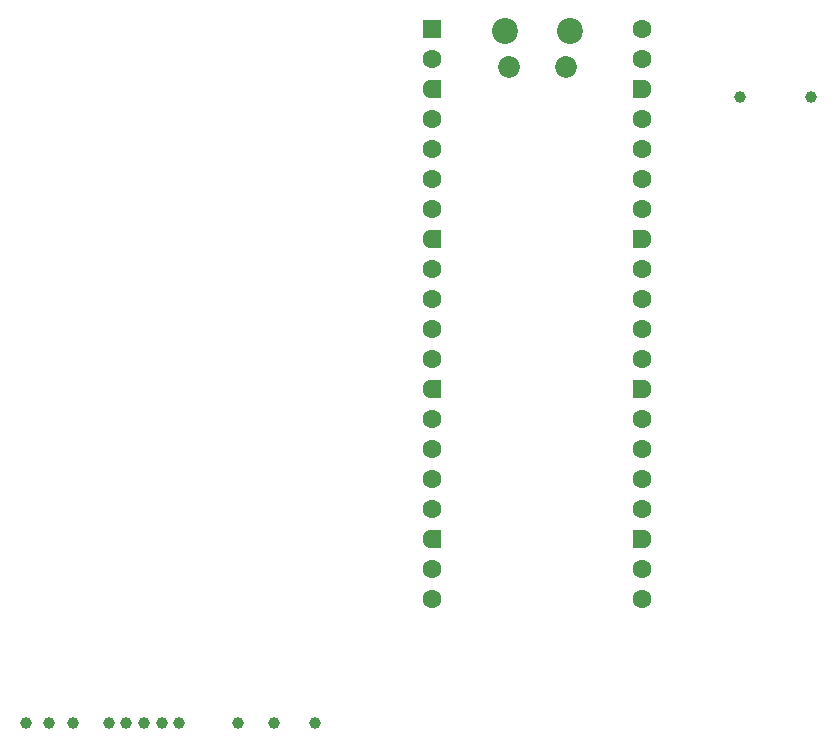
<source format=gbr>
%TF.GenerationSoftware,KiCad,Pcbnew,9.0.1*%
%TF.CreationDate,2025-05-02T16:57:55-04:00*%
%TF.ProjectId,de_fused_pico,64655f66-7573-4656-945f-7069636f2e6b,rev?*%
%TF.SameCoordinates,Original*%
%TF.FileFunction,Soldermask,Bot*%
%TF.FilePolarity,Negative*%
%FSLAX46Y46*%
G04 Gerber Fmt 4.6, Leading zero omitted, Abs format (unit mm)*
G04 Created by KiCad (PCBNEW 9.0.1) date 2025-05-02 16:57:55*
%MOMM*%
%LPD*%
G01*
G04 APERTURE LIST*
G04 Aperture macros list*
%AMRoundRect*
0 Rectangle with rounded corners*
0 $1 Rounding radius*
0 $2 $3 $4 $5 $6 $7 $8 $9 X,Y pos of 4 corners*
0 Add a 4 corners polygon primitive as box body*
4,1,4,$2,$3,$4,$5,$6,$7,$8,$9,$2,$3,0*
0 Add four circle primitives for the rounded corners*
1,1,$1+$1,$2,$3*
1,1,$1+$1,$4,$5*
1,1,$1+$1,$6,$7*
1,1,$1+$1,$8,$9*
0 Add four rect primitives between the rounded corners*
20,1,$1+$1,$2,$3,$4,$5,0*
20,1,$1+$1,$4,$5,$6,$7,0*
20,1,$1+$1,$6,$7,$8,$9,0*
20,1,$1+$1,$8,$9,$2,$3,0*%
%AMFreePoly0*
4,1,37,0.603843,0.796157,0.639018,0.796157,0.711114,0.766294,0.766294,0.711114,0.796157,0.639018,0.796157,0.603843,0.800000,0.600000,0.800000,-0.600000,0.796157,-0.603843,0.796157,-0.639018,0.766294,-0.711114,0.711114,-0.766294,0.639018,-0.796157,0.603843,-0.796157,0.600000,-0.800000,0.000000,-0.800000,0.000000,-0.796148,-0.078414,-0.796148,-0.232228,-0.765552,-0.377117,-0.705537,
-0.507515,-0.618408,-0.618408,-0.507515,-0.705537,-0.377117,-0.765552,-0.232228,-0.796148,-0.078414,-0.796148,0.078414,-0.765552,0.232228,-0.705537,0.377117,-0.618408,0.507515,-0.507515,0.618408,-0.377117,0.705537,-0.232228,0.765552,-0.078414,0.796148,0.000000,0.796148,0.000000,0.800000,0.600000,0.800000,0.603843,0.796157,0.603843,0.796157,$1*%
%AMFreePoly1*
4,1,37,0.000000,0.796148,0.078414,0.796148,0.232228,0.765552,0.377117,0.705537,0.507515,0.618408,0.618408,0.507515,0.705537,0.377117,0.765552,0.232228,0.796148,0.078414,0.796148,-0.078414,0.765552,-0.232228,0.705537,-0.377117,0.618408,-0.507515,0.507515,-0.618408,0.377117,-0.705537,0.232228,-0.765552,0.078414,-0.796148,0.000000,-0.796148,0.000000,-0.800000,-0.600000,-0.800000,
-0.603843,-0.796157,-0.639018,-0.796157,-0.711114,-0.766294,-0.766294,-0.711114,-0.796157,-0.639018,-0.796157,-0.603843,-0.800000,-0.600000,-0.800000,0.600000,-0.796157,0.603843,-0.796157,0.639018,-0.766294,0.711114,-0.711114,0.766294,-0.639018,0.796157,-0.603843,0.796157,-0.600000,0.800000,0.000000,0.800000,0.000000,0.796148,0.000000,0.796148,$1*%
G04 Aperture macros list end*
%ADD10C,1.000000*%
%ADD11C,2.200000*%
%ADD12C,1.850000*%
%ADD13RoundRect,0.200000X-0.600000X-0.600000X0.600000X-0.600000X0.600000X0.600000X-0.600000X0.600000X0*%
%ADD14C,1.600000*%
%ADD15FreePoly0,0.000000*%
%ADD16FreePoly1,0.000000*%
G04 APERTURE END LIST*
D10*
%TO.C,REF\u002A\u002A*%
X110000000Y-127000000D03*
%TD*%
%TO.C,REF\u002A\u002A*%
X101500000Y-127000000D03*
%TD*%
%TO.C,REF\u002A\u002A*%
X126000000Y-127000000D03*
%TD*%
%TO.C,REF\u002A\u002A*%
X114500000Y-127000000D03*
%TD*%
%TO.C,REF\u002A\u002A*%
X122500000Y-127000000D03*
%TD*%
%TO.C,REF\u002A\u002A*%
X105500000Y-127000000D03*
%TD*%
D11*
%TO.C,A1*%
X142085000Y-68370000D03*
D12*
X142385000Y-71400000D03*
X147235000Y-71400000D03*
D11*
X147535000Y-68370000D03*
D13*
X135920000Y-68240000D03*
D14*
X135920000Y-70780000D03*
D15*
X135920000Y-73320000D03*
D14*
X135920000Y-75860000D03*
X135920000Y-78400000D03*
X135920000Y-80940000D03*
X135920000Y-83480000D03*
D15*
X135920000Y-86020000D03*
D14*
X135920000Y-88560000D03*
X135920000Y-91100000D03*
X135920000Y-93640000D03*
X135920000Y-96180000D03*
D15*
X135920000Y-98720000D03*
D14*
X135920000Y-101260000D03*
X135920000Y-103800000D03*
X135920000Y-106340000D03*
X135920000Y-108880000D03*
D15*
X135920000Y-111420000D03*
D14*
X135920000Y-113960000D03*
X135920000Y-116500000D03*
X153700000Y-116500000D03*
X153700000Y-113960000D03*
D16*
X153700000Y-111420000D03*
D14*
X153700000Y-108880000D03*
X153700000Y-106340000D03*
X153700000Y-103800000D03*
X153700000Y-101260000D03*
D16*
X153700000Y-98720000D03*
D14*
X153700000Y-96180000D03*
X153700000Y-93640000D03*
X153700000Y-91100000D03*
X153700000Y-88560000D03*
D16*
X153700000Y-86020000D03*
D14*
X153700000Y-83480000D03*
X153700000Y-80940000D03*
X153700000Y-78400000D03*
X153700000Y-75860000D03*
D16*
X153700000Y-73320000D03*
D14*
X153700000Y-70780000D03*
X153700000Y-68240000D03*
%TD*%
D10*
%TO.C,REF\u002A\u002A*%
X108500000Y-127000000D03*
%TD*%
%TO.C,REF\u002A\u002A*%
X103500000Y-127000000D03*
%TD*%
%TO.C,REF\u002A\u002A*%
X168000000Y-74000000D03*
%TD*%
%TO.C,REF\u002A\u002A*%
X119500000Y-127000000D03*
%TD*%
%TO.C,REF\u002A\u002A*%
X113000000Y-127000000D03*
%TD*%
%TO.C,REF\u002A\u002A*%
X111500000Y-127000000D03*
%TD*%
%TO.C,REF\u002A\u002A*%
X162000000Y-74000000D03*
%TD*%
M02*

</source>
